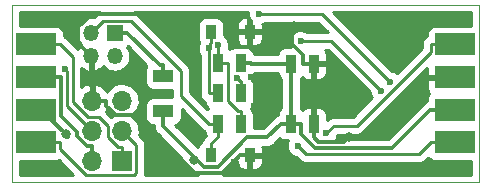
<source format=gbl>
G04 #@! TF.GenerationSoftware,KiCad,Pcbnew,(5.1.0-1348-g4ca769472)*
G04 #@! TF.CreationDate,2019-07-24T13:26:59+02:00*
G04 #@! TF.ProjectId,USB Joystick Adapter 'SINCHAI' (SMD Version),55534220-4a6f-4797-9374-69636b204164,1.0*
G04 #@! TF.SameCoordinates,Original*
G04 #@! TF.FileFunction,Copper,L2,Bot*
G04 #@! TF.FilePolarity,Positive*
%FSLAX46Y46*%
G04 Gerber Fmt 4.6, Leading zero omitted, Abs format (unit mm)*
G04 Created by KiCad (PCBNEW (5.1.0-1348-g4ca769472)) date 2019-07-24 13:26:59*
%MOMM*%
%LPD*%
G04 APERTURE LIST*
%ADD10C,0.090000*%
%ADD11R,3.480000X1.846667*%
%ADD12R,0.970000X1.500000*%
%ADD13R,1.350000X1.350000*%
%ADD14O,1.350000X1.350000*%
%ADD15R,1.800000X1.070000*%
%ADD16R,1.700000X1.700000*%
%ADD17O,1.700000X1.700000*%
%ADD18R,0.900000X1.200000*%
%ADD19C,0.600000*%
%ADD20C,0.800000*%
%ADD21C,0.350000*%
%ADD22C,0.250000*%
%ADD23C,0.254000*%
G04 APERTURE END LIST*
D10*
X152200000Y-109800000D02*
X112700000Y-109800000D01*
X152200000Y-94800000D02*
X152200000Y-109800000D01*
X112700000Y-94800000D02*
X152200000Y-94800000D01*
X112700000Y-94800000D02*
X112700000Y-109800000D01*
D11*
X150200000Y-98145000D03*
X150200000Y-100915000D03*
X150200000Y-103685000D03*
X150200000Y-106455000D03*
X114700000Y-106455000D03*
X114700000Y-103685000D03*
X114700000Y-100915000D03*
X114700000Y-98145000D03*
D12*
X136303000Y-99771200D03*
X138213000Y-99771200D03*
X136303000Y-104877000D03*
X138213000Y-104877000D03*
X130141000Y-102304000D03*
X132051000Y-102304000D03*
X130141000Y-104854000D03*
X132051000Y-104854000D03*
X130141000Y-99753600D03*
X132051000Y-99753600D03*
D13*
X121396000Y-97150800D03*
D14*
X121396000Y-99150800D03*
X119396000Y-97150800D03*
X119396000Y-99150800D03*
D15*
X125500000Y-103805000D03*
X125500000Y-100795000D03*
D16*
X121996000Y-108001000D03*
D17*
X119456000Y-108001000D03*
X121996000Y-105461000D03*
X119456000Y-105461000D03*
X121996000Y-102921000D03*
X119456000Y-102921000D03*
D18*
X129501000Y-97078800D03*
X132801000Y-97078800D03*
X132801000Y-107518000D03*
X129501000Y-107518000D03*
D19*
X129330700Y-98488000D03*
X130141000Y-98207800D03*
X131763500Y-101028800D03*
X136875900Y-106729900D03*
X139308000Y-105649100D03*
X143917600Y-102056000D03*
X137122800Y-97859700D03*
X144699300Y-101310900D03*
X133606800Y-95546500D03*
X117160400Y-100253200D03*
X117300000Y-109000000D03*
X132900000Y-100900000D03*
X133200000Y-103400000D03*
X131500000Y-108100000D03*
X127500000Y-104600000D03*
X142500000Y-97100000D03*
X117600000Y-96100000D03*
X128100000Y-101000000D03*
X137600000Y-103100000D03*
X147100000Y-108600000D03*
X147299700Y-101700000D03*
D20*
X141174500Y-106012500D03*
X117210800Y-105726900D03*
X136544700Y-96593900D03*
X128132100Y-107935900D03*
D21*
X125500000Y-100795000D02*
X125500000Y-99884700D01*
X121396000Y-97150800D02*
X122446300Y-97150800D01*
X125180200Y-99884700D02*
X125500000Y-99884700D01*
X122446300Y-97150800D02*
X125180200Y-99884700D01*
D22*
X120396400Y-96150400D02*
X119396000Y-97150800D01*
X122756400Y-96150400D02*
X120396400Y-96150400D01*
X126971700Y-100365700D02*
X122756400Y-96150400D01*
X126971700Y-102495000D02*
X126971700Y-100365700D01*
X129330700Y-104854000D02*
X126971700Y-102495000D01*
X130141000Y-104854000D02*
X129330700Y-104854000D01*
X129501000Y-106569300D02*
X130141000Y-105929300D01*
X129501000Y-107518000D02*
X129501000Y-106569300D01*
X130141000Y-104854000D02*
X130141000Y-105929300D01*
X129501000Y-97078800D02*
X129501000Y-98004100D01*
X130141000Y-102304000D02*
X129330700Y-102304000D01*
X129330700Y-98174400D02*
X129330700Y-98488000D01*
X129501000Y-98004100D02*
X129330700Y-98174400D01*
X129330700Y-98488000D02*
X129330700Y-102304000D01*
X130951300Y-102913700D02*
X130951300Y-99753600D01*
X131816300Y-103778700D02*
X130951300Y-102913700D01*
X132051000Y-103778700D02*
X131816300Y-103778700D01*
X132051000Y-104854000D02*
X132051000Y-103778700D01*
X130141000Y-99753600D02*
X130951300Y-99753600D01*
X130141000Y-99753600D02*
X130141000Y-98207800D01*
X131963400Y-101228700D02*
X132051000Y-101228700D01*
X131763500Y-101028800D02*
X131963400Y-101228700D01*
X132051000Y-102304000D02*
X132051000Y-101228700D01*
X137595200Y-107449200D02*
X136875900Y-106729900D01*
X147140500Y-107449200D02*
X137595200Y-107449200D01*
X148134700Y-106455000D02*
X147140500Y-107449200D01*
X150200000Y-106455000D02*
X148134700Y-106455000D01*
X139905200Y-105051900D02*
X139308000Y-105649100D01*
X141852100Y-105051900D02*
X139905200Y-105051900D01*
X148134700Y-98769300D02*
X141852100Y-105051900D01*
X148134700Y-98145000D02*
X148134700Y-98769300D01*
X150200000Y-98145000D02*
X148134700Y-98145000D01*
X139721300Y-97859700D02*
X143917600Y-102056000D01*
X137122800Y-97859700D02*
X139721300Y-97859700D01*
X138934900Y-95546500D02*
X133606800Y-95546500D01*
X144699300Y-101310900D02*
X138934900Y-95546500D01*
X117355100Y-100447900D02*
X117160400Y-100253200D01*
X117355100Y-103360100D02*
X117355100Y-100447900D01*
X119456000Y-105461000D02*
X117355100Y-103360100D01*
X116765300Y-107001300D02*
X116765300Y-106455000D01*
X118949300Y-109185300D02*
X116765300Y-107001300D01*
X123003800Y-109185300D02*
X118949300Y-109185300D01*
X123171400Y-109017700D02*
X123003800Y-109185300D01*
X123171400Y-106636400D02*
X123171400Y-109017700D01*
X121996000Y-105461000D02*
X123171400Y-106636400D01*
X114700000Y-106455000D02*
X116765300Y-106455000D01*
X121996000Y-108001000D02*
X121996000Y-106825700D01*
X114700000Y-98145000D02*
X116765300Y-98145000D01*
X117805500Y-99185200D02*
X116765300Y-98145000D01*
X117805500Y-103002500D02*
X117805500Y-99185200D01*
X119088700Y-104285700D02*
X117805500Y-103002500D01*
X120030400Y-104285700D02*
X119088700Y-104285700D01*
X120820700Y-105076000D02*
X120030400Y-104285700D01*
X120820700Y-106017800D02*
X120820700Y-105076000D01*
X121628600Y-106825700D02*
X120820700Y-106017800D01*
X121996000Y-106825700D02*
X121628600Y-106825700D01*
D21*
X128158800Y-109059000D02*
X123246100Y-104146300D01*
X130434700Y-109059000D02*
X128158800Y-109059000D01*
X131500000Y-108100000D02*
X130434700Y-109059000D01*
X123246100Y-104146300D02*
X121447000Y-104146300D01*
X121447000Y-104146300D02*
X120681300Y-103380600D01*
X120681300Y-103380600D02*
X120681300Y-102921000D01*
X120681300Y-102921000D02*
X119456000Y-102921000D01*
X131500000Y-108100000D02*
X131975700Y-107518000D01*
X131975700Y-107518000D02*
X132801000Y-107518000D01*
X147299700Y-101700000D02*
X142987200Y-106012500D01*
X150200000Y-100915000D02*
X148084700Y-100915000D01*
X138213000Y-99771200D02*
X137352700Y-99771200D01*
X132801000Y-97078800D02*
X133626300Y-97078800D01*
X115168900Y-103685000D02*
X114700000Y-103685000D01*
X117210800Y-105726900D02*
X115168900Y-103685000D01*
X132801000Y-97078800D02*
X131975700Y-97078800D01*
X142987200Y-106012500D02*
X141174500Y-106012500D01*
X148084700Y-100915000D02*
X147299700Y-101700000D01*
X138213000Y-99771200D02*
X138213000Y-104877000D01*
X140809800Y-106377200D02*
X141174500Y-106012500D01*
X138587900Y-106377200D02*
X140809800Y-106377200D01*
X138213000Y-106002300D02*
X138587900Y-106377200D01*
X138213000Y-104877000D02*
X138213000Y-106002300D01*
X119396000Y-101635700D02*
X119456000Y-101695700D01*
X119396000Y-99150800D02*
X119396000Y-101635700D01*
X130493200Y-95596300D02*
X131975700Y-97078800D01*
X119430000Y-95596300D02*
X130493200Y-95596300D01*
X118310000Y-96716300D02*
X119430000Y-95596300D01*
X118310000Y-98064800D02*
X118310000Y-96716300D01*
X119396000Y-99150800D02*
X118310000Y-98064800D01*
X119456000Y-102921000D02*
X119456000Y-101695700D01*
X136401700Y-96736900D02*
X136544700Y-96593900D01*
X136401700Y-97078800D02*
X136401700Y-96736900D01*
X133626300Y-97078800D02*
X136401700Y-97078800D01*
X137352700Y-99044600D02*
X137352700Y-99771200D01*
X136401700Y-98093600D02*
X137352700Y-99044600D01*
X136401700Y-97078800D02*
X136401700Y-98093600D01*
X119456000Y-108001000D02*
X119456000Y-106775700D01*
X114700000Y-100915000D02*
X116815300Y-100915000D01*
X116815300Y-104224300D02*
X116815300Y-100915000D01*
X118194300Y-105603300D02*
X116815300Y-104224300D01*
X118194300Y-105945900D02*
X118194300Y-105603300D01*
X119024100Y-106775700D02*
X118194300Y-105945900D01*
X119456000Y-106775700D02*
X119024100Y-106775700D01*
X132051000Y-99753600D02*
X132911300Y-99753600D01*
X132928900Y-99771200D02*
X132911300Y-99753600D01*
X136303000Y-99771200D02*
X132928900Y-99771200D01*
X136303000Y-99771200D02*
X136303000Y-104877000D01*
X136303000Y-104877000D02*
X137163300Y-104877000D01*
X136303000Y-104877000D02*
X135442700Y-104877000D01*
X137163300Y-105737300D02*
X137163300Y-104877000D01*
X138353500Y-106927500D02*
X137163300Y-105737300D01*
X144842200Y-106927500D02*
X138353500Y-106927500D01*
X148084700Y-103685000D02*
X144842200Y-106927500D01*
X150200000Y-103685000D02*
X148084700Y-103685000D01*
X128132100Y-107935900D02*
X128234900Y-107833100D01*
X125500000Y-105098200D02*
X128234900Y-107833100D01*
X125500000Y-103805000D02*
X125500000Y-105098200D01*
X134303800Y-106015900D02*
X135442700Y-104877000D01*
X132597200Y-106015900D02*
X134303800Y-106015900D01*
X130119700Y-108493400D02*
X132597200Y-106015900D01*
X128895200Y-108493400D02*
X130119700Y-108493400D01*
X128234900Y-107833100D02*
X128895200Y-108493400D01*
D23*
G36*
X124066848Y-99915446D02*
G01*
X123995044Y-100039814D01*
X123958163Y-100248976D01*
X123958163Y-101346588D01*
X124038795Y-101647512D01*
X124186185Y-101823165D01*
X124379814Y-101934956D01*
X124588976Y-101971837D01*
X126212700Y-101971837D01*
X126212700Y-102555243D01*
X126212701Y-102555249D01*
X126212701Y-102615213D01*
X126216909Y-102628163D01*
X124583412Y-102628163D01*
X124282489Y-102708795D01*
X124106835Y-102856185D01*
X123995044Y-103049814D01*
X123958163Y-103258976D01*
X123958163Y-104356588D01*
X124038795Y-104657512D01*
X124186185Y-104833165D01*
X124379814Y-104944956D01*
X124588976Y-104981837D01*
X124691001Y-104981837D01*
X124691001Y-105050160D01*
X124682274Y-105123898D01*
X124701844Y-105231058D01*
X124718038Y-105338763D01*
X124723650Y-105350451D01*
X124726895Y-105368217D01*
X124749876Y-105405065D01*
X124823342Y-105558057D01*
X124890811Y-105631046D01*
X124894231Y-105636529D01*
X124916024Y-105658321D01*
X124988471Y-105736693D01*
X125002606Y-105744903D01*
X127098100Y-107840398D01*
X127098100Y-108072028D01*
X127168566Y-108335009D01*
X127304694Y-108570791D01*
X127497209Y-108763306D01*
X127732991Y-108899434D01*
X127995972Y-108969900D01*
X128227601Y-108969900D01*
X128289188Y-109031486D01*
X128335151Y-109089791D01*
X128424773Y-109151733D01*
X128444089Y-109166000D01*
X123921273Y-109166000D01*
X123930399Y-109137914D01*
X123930399Y-109077950D01*
X123930400Y-109077944D01*
X123930400Y-106516186D01*
X123911710Y-106458665D01*
X123902250Y-106398933D01*
X123874792Y-106345042D01*
X123856103Y-106287525D01*
X123820553Y-106238595D01*
X123793098Y-106184710D01*
X123754291Y-106145903D01*
X123754288Y-106145899D01*
X123436068Y-105827679D01*
X123450618Y-105780819D01*
X123483708Y-105531159D01*
X123474260Y-105279492D01*
X123422544Y-105033017D01*
X123330039Y-104798778D01*
X123199390Y-104583474D01*
X123034331Y-104393261D01*
X122839584Y-104233578D01*
X122765939Y-104191657D01*
X122929240Y-104081716D01*
X123111466Y-103907881D01*
X123261797Y-103705828D01*
X123375936Y-103481334D01*
X123450618Y-103240819D01*
X123483708Y-102991159D01*
X123474260Y-102739492D01*
X123422544Y-102493017D01*
X123330039Y-102258778D01*
X123199390Y-102043474D01*
X123034331Y-101853261D01*
X122839584Y-101693578D01*
X122620716Y-101568991D01*
X122381169Y-101482040D01*
X122041352Y-101437000D01*
X121932810Y-101437000D01*
X121745058Y-101452931D01*
X121501292Y-101516200D01*
X121271671Y-101619637D01*
X121062760Y-101760284D01*
X120880534Y-101934119D01*
X120730203Y-102136172D01*
X120723564Y-102149230D01*
X120659390Y-102043474D01*
X120494331Y-101853261D01*
X120299584Y-101693578D01*
X120080716Y-101568991D01*
X119841169Y-101482040D01*
X119584000Y-101447953D01*
X119584000Y-103049000D01*
X119328000Y-103049000D01*
X119328000Y-101421022D01*
X118961292Y-101516200D01*
X118731671Y-101619637D01*
X118564500Y-101732183D01*
X118564500Y-100162248D01*
X118680018Y-100253316D01*
X118892925Y-100365331D01*
X119268000Y-100481794D01*
X119268000Y-99022800D01*
X119524000Y-99022800D01*
X119524000Y-100474851D01*
X119867110Y-100378084D01*
X120082876Y-100271679D01*
X120275639Y-100127738D01*
X120396713Y-99996760D01*
X120491090Y-100104376D01*
X120680018Y-100253316D01*
X120892925Y-100365331D01*
X121123475Y-100436919D01*
X121341178Y-100459800D01*
X121456932Y-100459800D01*
X121635566Y-100443386D01*
X121867110Y-100378084D01*
X122082876Y-100271679D01*
X122275639Y-100127738D01*
X122438942Y-99951077D01*
X122567316Y-99747616D01*
X122656463Y-99524167D01*
X122703398Y-99288213D01*
X122706547Y-99047658D01*
X122665805Y-98810556D01*
X122582538Y-98584851D01*
X122459533Y-98378098D01*
X122433926Y-98348898D01*
X122470017Y-98318614D01*
X124066848Y-99915446D01*
X124066848Y-99915446D01*
G37*
X124066848Y-99915446D02*
X123995044Y-100039814D01*
X123958163Y-100248976D01*
X123958163Y-101346588D01*
X124038795Y-101647512D01*
X124186185Y-101823165D01*
X124379814Y-101934956D01*
X124588976Y-101971837D01*
X126212700Y-101971837D01*
X126212700Y-102555243D01*
X126212701Y-102555249D01*
X126212701Y-102615213D01*
X126216909Y-102628163D01*
X124583412Y-102628163D01*
X124282489Y-102708795D01*
X124106835Y-102856185D01*
X123995044Y-103049814D01*
X123958163Y-103258976D01*
X123958163Y-104356588D01*
X124038795Y-104657512D01*
X124186185Y-104833165D01*
X124379814Y-104944956D01*
X124588976Y-104981837D01*
X124691001Y-104981837D01*
X124691001Y-105050160D01*
X124682274Y-105123898D01*
X124701844Y-105231058D01*
X124718038Y-105338763D01*
X124723650Y-105350451D01*
X124726895Y-105368217D01*
X124749876Y-105405065D01*
X124823342Y-105558057D01*
X124890811Y-105631046D01*
X124894231Y-105636529D01*
X124916024Y-105658321D01*
X124988471Y-105736693D01*
X125002606Y-105744903D01*
X127098100Y-107840398D01*
X127098100Y-108072028D01*
X127168566Y-108335009D01*
X127304694Y-108570791D01*
X127497209Y-108763306D01*
X127732991Y-108899434D01*
X127995972Y-108969900D01*
X128227601Y-108969900D01*
X128289188Y-109031486D01*
X128335151Y-109089791D01*
X128424773Y-109151733D01*
X128444089Y-109166000D01*
X123921273Y-109166000D01*
X123930399Y-109137914D01*
X123930399Y-109077950D01*
X123930400Y-109077944D01*
X123930400Y-106516186D01*
X123911710Y-106458665D01*
X123902250Y-106398933D01*
X123874792Y-106345042D01*
X123856103Y-106287525D01*
X123820553Y-106238595D01*
X123793098Y-106184710D01*
X123754291Y-106145903D01*
X123754288Y-106145899D01*
X123436068Y-105827679D01*
X123450618Y-105780819D01*
X123483708Y-105531159D01*
X123474260Y-105279492D01*
X123422544Y-105033017D01*
X123330039Y-104798778D01*
X123199390Y-104583474D01*
X123034331Y-104393261D01*
X122839584Y-104233578D01*
X122765939Y-104191657D01*
X122929240Y-104081716D01*
X123111466Y-103907881D01*
X123261797Y-103705828D01*
X123375936Y-103481334D01*
X123450618Y-103240819D01*
X123483708Y-102991159D01*
X123474260Y-102739492D01*
X123422544Y-102493017D01*
X123330039Y-102258778D01*
X123199390Y-102043474D01*
X123034331Y-101853261D01*
X122839584Y-101693578D01*
X122620716Y-101568991D01*
X122381169Y-101482040D01*
X122041352Y-101437000D01*
X121932810Y-101437000D01*
X121745058Y-101452931D01*
X121501292Y-101516200D01*
X121271671Y-101619637D01*
X121062760Y-101760284D01*
X120880534Y-101934119D01*
X120730203Y-102136172D01*
X120723564Y-102149230D01*
X120659390Y-102043474D01*
X120494331Y-101853261D01*
X120299584Y-101693578D01*
X120080716Y-101568991D01*
X119841169Y-101482040D01*
X119584000Y-101447953D01*
X119584000Y-103049000D01*
X119328000Y-103049000D01*
X119328000Y-101421022D01*
X118961292Y-101516200D01*
X118731671Y-101619637D01*
X118564500Y-101732183D01*
X118564500Y-100162248D01*
X118680018Y-100253316D01*
X118892925Y-100365331D01*
X119268000Y-100481794D01*
X119268000Y-99022800D01*
X119524000Y-99022800D01*
X119524000Y-100474851D01*
X119867110Y-100378084D01*
X120082876Y-100271679D01*
X120275639Y-100127738D01*
X120396713Y-99996760D01*
X120491090Y-100104376D01*
X120680018Y-100253316D01*
X120892925Y-100365331D01*
X121123475Y-100436919D01*
X121341178Y-100459800D01*
X121456932Y-100459800D01*
X121635566Y-100443386D01*
X121867110Y-100378084D01*
X122082876Y-100271679D01*
X122275639Y-100127738D01*
X122438942Y-99951077D01*
X122567316Y-99747616D01*
X122656463Y-99524167D01*
X122703398Y-99288213D01*
X122706547Y-99047658D01*
X122665805Y-98810556D01*
X122582538Y-98584851D01*
X122459533Y-98378098D01*
X122433926Y-98348898D01*
X122470017Y-98318614D01*
X124066848Y-99915446D01*
G36*
X117856613Y-109166000D02*
G01*
X113334000Y-109166000D01*
X113334000Y-108020170D01*
X116456588Y-108020170D01*
X116657067Y-107966453D01*
X117856613Y-109166000D01*
X117856613Y-109166000D01*
G37*
X117856613Y-109166000D02*
X113334000Y-109166000D01*
X113334000Y-108020170D01*
X116456588Y-108020170D01*
X116657067Y-107966453D01*
X117856613Y-109166000D01*
G36*
X135404186Y-106120165D02*
G01*
X135597814Y-106231956D01*
X135806976Y-106268837D01*
X136058734Y-106268837D01*
X135970561Y-106466875D01*
X135933179Y-106720027D01*
X135965252Y-106973908D01*
X136064416Y-107209810D01*
X136223366Y-107410356D01*
X136430391Y-107560769D01*
X136670240Y-107649968D01*
X136727379Y-107654766D01*
X137143510Y-108070898D01*
X137197396Y-108098354D01*
X137246325Y-108133903D01*
X137303842Y-108152591D01*
X137357732Y-108180050D01*
X137417475Y-108189512D01*
X137474986Y-108208199D01*
X137534950Y-108208199D01*
X137534956Y-108208200D01*
X147200744Y-108208200D01*
X147200750Y-108208199D01*
X147260713Y-108208199D01*
X147318226Y-108189512D01*
X147377968Y-108180050D01*
X147431859Y-108152590D01*
X147489373Y-108133904D01*
X147538301Y-108098356D01*
X147592190Y-108070897D01*
X147762545Y-107900543D01*
X147762547Y-107900539D01*
X147930024Y-107733062D01*
X148046185Y-107871498D01*
X148239814Y-107983289D01*
X148448976Y-108020170D01*
X151566001Y-108020170D01*
X151566001Y-109166000D01*
X130583949Y-109166000D01*
X130652552Y-109102584D01*
X130658033Y-109099165D01*
X130679808Y-109077389D01*
X130758193Y-109004930D01*
X130766405Y-108990792D01*
X131709163Y-108048035D01*
X131709163Y-108134588D01*
X131789795Y-108435512D01*
X131937185Y-108611165D01*
X132130814Y-108722956D01*
X132339976Y-108759837D01*
X132673000Y-108759837D01*
X132673000Y-107646000D01*
X132929000Y-107646000D01*
X132929000Y-108759837D01*
X133267588Y-108759837D01*
X133568512Y-108679205D01*
X133744165Y-108531815D01*
X133855956Y-108338186D01*
X133892837Y-108129024D01*
X133892837Y-107646000D01*
X132929000Y-107646000D01*
X132673000Y-107646000D01*
X132673000Y-107390000D01*
X133892837Y-107390000D01*
X133892837Y-106901412D01*
X133872336Y-106824900D01*
X134255768Y-106824900D01*
X134329498Y-106833626D01*
X134436638Y-106814059D01*
X134544363Y-106797863D01*
X134556053Y-106792249D01*
X134573817Y-106789005D01*
X134610656Y-106766029D01*
X134763657Y-106692560D01*
X134836652Y-106625084D01*
X134842133Y-106621665D01*
X134863908Y-106599889D01*
X134942293Y-106527430D01*
X134950505Y-106513292D01*
X135376558Y-106087239D01*
X135404186Y-106120165D01*
X135404186Y-106120165D01*
G37*
X135404186Y-106120165D02*
X135597814Y-106231956D01*
X135806976Y-106268837D01*
X136058734Y-106268837D01*
X135970561Y-106466875D01*
X135933179Y-106720027D01*
X135965252Y-106973908D01*
X136064416Y-107209810D01*
X136223366Y-107410356D01*
X136430391Y-107560769D01*
X136670240Y-107649968D01*
X136727379Y-107654766D01*
X137143510Y-108070898D01*
X137197396Y-108098354D01*
X137246325Y-108133903D01*
X137303842Y-108152591D01*
X137357732Y-108180050D01*
X137417475Y-108189512D01*
X137474986Y-108208199D01*
X137534950Y-108208199D01*
X137534956Y-108208200D01*
X147200744Y-108208200D01*
X147200750Y-108208199D01*
X147260713Y-108208199D01*
X147318226Y-108189512D01*
X147377968Y-108180050D01*
X147431859Y-108152590D01*
X147489373Y-108133904D01*
X147538301Y-108098356D01*
X147592190Y-108070897D01*
X147762545Y-107900543D01*
X147762547Y-107900539D01*
X147930024Y-107733062D01*
X148046185Y-107871498D01*
X148239814Y-107983289D01*
X148448976Y-108020170D01*
X151566001Y-108020170D01*
X151566001Y-109166000D01*
X130583949Y-109166000D01*
X130652552Y-109102584D01*
X130658033Y-109099165D01*
X130679808Y-109077389D01*
X130758193Y-109004930D01*
X130766405Y-108990792D01*
X131709163Y-108048035D01*
X131709163Y-108134588D01*
X131789795Y-108435512D01*
X131937185Y-108611165D01*
X132130814Y-108722956D01*
X132339976Y-108759837D01*
X132673000Y-108759837D01*
X132673000Y-107646000D01*
X132929000Y-107646000D01*
X132929000Y-108759837D01*
X133267588Y-108759837D01*
X133568512Y-108679205D01*
X133744165Y-108531815D01*
X133855956Y-108338186D01*
X133892837Y-108129024D01*
X133892837Y-107646000D01*
X132929000Y-107646000D01*
X132673000Y-107646000D01*
X132673000Y-107390000D01*
X133892837Y-107390000D01*
X133892837Y-106901412D01*
X133872336Y-106824900D01*
X134255768Y-106824900D01*
X134329498Y-106833626D01*
X134436638Y-106814059D01*
X134544363Y-106797863D01*
X134556053Y-106792249D01*
X134573817Y-106789005D01*
X134610656Y-106766029D01*
X134763657Y-106692560D01*
X134836652Y-106625084D01*
X134842133Y-106621665D01*
X134863908Y-106599889D01*
X134942293Y-106527430D01*
X134950505Y-106513292D01*
X135376558Y-106087239D01*
X135404186Y-106120165D01*
G36*
X128723113Y-105319800D02*
G01*
X128879010Y-105475698D01*
X128932896Y-105503154D01*
X128981824Y-105538703D01*
X129014163Y-105549211D01*
X129014163Y-105620588D01*
X129090696Y-105906216D01*
X128975667Y-106021245D01*
X128975667Y-106021246D01*
X128879303Y-106117610D01*
X128851849Y-106171494D01*
X128816297Y-106220425D01*
X128797608Y-106277945D01*
X128770151Y-106331833D01*
X128767647Y-106347642D01*
X128733489Y-106356795D01*
X128557835Y-106504185D01*
X128446044Y-106697814D01*
X128415715Y-106869817D01*
X126504246Y-104958349D01*
X126717512Y-104901205D01*
X126893165Y-104753815D01*
X127004956Y-104560186D01*
X127041837Y-104351024D01*
X127041837Y-103638523D01*
X128723113Y-105319800D01*
X128723113Y-105319800D01*
G37*
X128723113Y-105319800D02*
X128879010Y-105475698D01*
X128932896Y-105503154D01*
X128981824Y-105538703D01*
X129014163Y-105549211D01*
X129014163Y-105620588D01*
X129090696Y-105906216D01*
X128975667Y-106021245D01*
X128975667Y-106021246D01*
X128879303Y-106117610D01*
X128851849Y-106171494D01*
X128816297Y-106220425D01*
X128797608Y-106277945D01*
X128770151Y-106331833D01*
X128767647Y-106347642D01*
X128733489Y-106356795D01*
X128557835Y-106504185D01*
X128446044Y-106697814D01*
X128415715Y-106869817D01*
X126504246Y-104958349D01*
X126717512Y-104901205D01*
X126893165Y-104753815D01*
X127004956Y-104560186D01*
X127041837Y-104351024D01*
X127041837Y-103638523D01*
X128723113Y-105319800D01*
G36*
X147818163Y-100787000D02*
G01*
X150328000Y-100787000D01*
X150328000Y-101043000D01*
X147818163Y-101043000D01*
X147818163Y-101854921D01*
X147898795Y-102155845D01*
X148021453Y-102302023D01*
X147966835Y-102347852D01*
X147855044Y-102541481D01*
X147818163Y-102750643D01*
X147818163Y-102911261D01*
X147814681Y-102911897D01*
X147777844Y-102934871D01*
X147624843Y-103008341D01*
X147551856Y-103075808D01*
X147546374Y-103079227D01*
X147524579Y-103101023D01*
X147446207Y-103173470D01*
X147437997Y-103187605D01*
X144507103Y-106118500D01*
X140116374Y-106118500D01*
X140165203Y-106041558D01*
X140234843Y-105810900D01*
X141912344Y-105810900D01*
X141912350Y-105810899D01*
X141972313Y-105810899D01*
X142029826Y-105792212D01*
X142089568Y-105782750D01*
X142143459Y-105755290D01*
X142200973Y-105736604D01*
X142249901Y-105701056D01*
X142303790Y-105673597D01*
X142474145Y-105503243D01*
X142474147Y-105503239D01*
X147818163Y-100159224D01*
X147818163Y-100787000D01*
X147818163Y-100787000D01*
G37*
X147818163Y-100787000D02*
X150328000Y-100787000D01*
X150328000Y-101043000D01*
X147818163Y-101043000D01*
X147818163Y-101854921D01*
X147898795Y-102155845D01*
X148021453Y-102302023D01*
X147966835Y-102347852D01*
X147855044Y-102541481D01*
X147818163Y-102750643D01*
X147818163Y-102911261D01*
X147814681Y-102911897D01*
X147777844Y-102934871D01*
X147624843Y-103008341D01*
X147551856Y-103075808D01*
X147546374Y-103079227D01*
X147524579Y-103101023D01*
X147446207Y-103173470D01*
X147437997Y-103187605D01*
X144507103Y-106118500D01*
X140116374Y-106118500D01*
X140165203Y-106041558D01*
X140234843Y-105810900D01*
X141912344Y-105810900D01*
X141912350Y-105810899D01*
X141972313Y-105810899D01*
X142029826Y-105792212D01*
X142089568Y-105782750D01*
X142143459Y-105755290D01*
X142200973Y-105736604D01*
X142249901Y-105701056D01*
X142303790Y-105673597D01*
X142474145Y-105503243D01*
X142474147Y-105503239D01*
X147818163Y-100159224D01*
X147818163Y-100787000D01*
G36*
X117381011Y-105934108D02*
G01*
X117376574Y-105971599D01*
X117381330Y-105997642D01*
X117216990Y-105833302D01*
X117081837Y-105764438D01*
X117081837Y-105634934D01*
X117381011Y-105934108D01*
X117381011Y-105934108D01*
G37*
X117381011Y-105934108D02*
X117376574Y-105971599D01*
X117381330Y-105997642D01*
X117216990Y-105833302D01*
X117081837Y-105764438D01*
X117081837Y-105634934D01*
X117381011Y-105934108D01*
G36*
X135256795Y-100838712D02*
G01*
X135404185Y-101014365D01*
X135494000Y-101066219D01*
X135494001Y-103571239D01*
X135324835Y-103713185D01*
X135213044Y-103906814D01*
X135178480Y-104102835D01*
X135172684Y-104103893D01*
X135135839Y-104126873D01*
X134982843Y-104200341D01*
X134909856Y-104267808D01*
X134904374Y-104271227D01*
X134882579Y-104293023D01*
X134804207Y-104365470D01*
X134795998Y-104379603D01*
X133968702Y-105206900D01*
X133177837Y-105206900D01*
X133177837Y-104087412D01*
X133097205Y-103786489D01*
X132949815Y-103610835D01*
X132895850Y-103579679D01*
X133029165Y-103467815D01*
X133140956Y-103274186D01*
X133177837Y-103065024D01*
X133177837Y-101537412D01*
X133097205Y-101236489D01*
X132949815Y-101060835D01*
X132895568Y-101029516D01*
X133029165Y-100917415D01*
X133140956Y-100723786D01*
X133166274Y-100580200D01*
X135187527Y-100580200D01*
X135256795Y-100838712D01*
X135256795Y-100838712D01*
G37*
X135256795Y-100838712D02*
X135404185Y-101014365D01*
X135494000Y-101066219D01*
X135494001Y-103571239D01*
X135324835Y-103713185D01*
X135213044Y-103906814D01*
X135178480Y-104102835D01*
X135172684Y-104103893D01*
X135135839Y-104126873D01*
X134982843Y-104200341D01*
X134909856Y-104267808D01*
X134904374Y-104271227D01*
X134882579Y-104293023D01*
X134804207Y-104365470D01*
X134795998Y-104379603D01*
X133968702Y-105206900D01*
X133177837Y-105206900D01*
X133177837Y-104087412D01*
X133097205Y-103786489D01*
X132949815Y-103610835D01*
X132895850Y-103579679D01*
X133029165Y-103467815D01*
X133140956Y-103274186D01*
X133177837Y-103065024D01*
X133177837Y-101537412D01*
X133097205Y-101236489D01*
X132949815Y-101060835D01*
X132895568Y-101029516D01*
X133029165Y-100917415D01*
X133140956Y-100723786D01*
X133166274Y-100580200D01*
X135187527Y-100580200D01*
X135256795Y-100838712D01*
G36*
X142995201Y-102206988D02*
G01*
X143006952Y-102300008D01*
X143106116Y-102535910D01*
X143189500Y-102641114D01*
X141537714Y-104292900D01*
X139844956Y-104292900D01*
X139844950Y-104292901D01*
X139784986Y-104292901D01*
X139727475Y-104311588D01*
X139667732Y-104321050D01*
X139613842Y-104348509D01*
X139556325Y-104367197D01*
X139507396Y-104402746D01*
X139453510Y-104430202D01*
X139339837Y-104543875D01*
X139339837Y-104110412D01*
X139259205Y-103809489D01*
X139111815Y-103633835D01*
X138918186Y-103522044D01*
X138709024Y-103485163D01*
X138341000Y-103485163D01*
X138341000Y-105005000D01*
X138085000Y-105005000D01*
X138085000Y-103485163D01*
X137711412Y-103485163D01*
X137410489Y-103565795D01*
X137254530Y-103696659D01*
X137201815Y-103633835D01*
X137112000Y-103581981D01*
X137112000Y-101076961D01*
X137261470Y-100951541D01*
X137314185Y-101014365D01*
X137507814Y-101126156D01*
X137716976Y-101163037D01*
X138085000Y-101163037D01*
X138085000Y-99899200D01*
X138341000Y-99899200D01*
X138341000Y-101163037D01*
X138714588Y-101163037D01*
X139015512Y-101082405D01*
X139191165Y-100935015D01*
X139302956Y-100741386D01*
X139339837Y-100532224D01*
X139339837Y-99899200D01*
X138341000Y-99899200D01*
X138085000Y-99899200D01*
X138085000Y-99643200D01*
X139339837Y-99643200D01*
X139339837Y-99004612D01*
X139259205Y-98703689D01*
X139187891Y-98618700D01*
X139406914Y-98618700D01*
X142995201Y-102206988D01*
X142995201Y-102206988D01*
G37*
X142995201Y-102206988D02*
X143006952Y-102300008D01*
X143106116Y-102535910D01*
X143189500Y-102641114D01*
X141537714Y-104292900D01*
X139844956Y-104292900D01*
X139844950Y-104292901D01*
X139784986Y-104292901D01*
X139727475Y-104311588D01*
X139667732Y-104321050D01*
X139613842Y-104348509D01*
X139556325Y-104367197D01*
X139507396Y-104402746D01*
X139453510Y-104430202D01*
X139339837Y-104543875D01*
X139339837Y-104110412D01*
X139259205Y-103809489D01*
X139111815Y-103633835D01*
X138918186Y-103522044D01*
X138709024Y-103485163D01*
X138341000Y-103485163D01*
X138341000Y-105005000D01*
X138085000Y-105005000D01*
X138085000Y-103485163D01*
X137711412Y-103485163D01*
X137410489Y-103565795D01*
X137254530Y-103696659D01*
X137201815Y-103633835D01*
X137112000Y-103581981D01*
X137112000Y-101076961D01*
X137261470Y-100951541D01*
X137314185Y-101014365D01*
X137507814Y-101126156D01*
X137716976Y-101163037D01*
X138085000Y-101163037D01*
X138085000Y-99899200D01*
X138341000Y-99899200D01*
X138341000Y-101163037D01*
X138714588Y-101163037D01*
X139015512Y-101082405D01*
X139191165Y-100935015D01*
X139302956Y-100741386D01*
X139339837Y-100532224D01*
X139339837Y-99899200D01*
X138341000Y-99899200D01*
X138085000Y-99899200D01*
X138085000Y-99643200D01*
X139339837Y-99643200D01*
X139339837Y-99004612D01*
X139259205Y-98703689D01*
X139187891Y-98618700D01*
X139406914Y-98618700D01*
X142995201Y-102206988D01*
G36*
X120792610Y-103798526D02*
G01*
X120957669Y-103988739D01*
X121152416Y-104148422D01*
X121226061Y-104190343D01*
X121095996Y-104277908D01*
X120652446Y-103834359D01*
X120652445Y-103834357D01*
X120637378Y-103819291D01*
X120721797Y-103705828D01*
X120728436Y-103692770D01*
X120792610Y-103798526D01*
X120792610Y-103798526D01*
G37*
X120792610Y-103798526D02*
X120957669Y-103988739D01*
X121152416Y-104148422D01*
X121226061Y-104190343D01*
X121095996Y-104277908D01*
X120652446Y-103834359D01*
X120652445Y-103834357D01*
X120637378Y-103819291D01*
X120721797Y-103705828D01*
X120728436Y-103692770D01*
X120792610Y-103798526D01*
G36*
X151566000Y-96579830D02*
G01*
X148443412Y-96579830D01*
X148142489Y-96660462D01*
X147966835Y-96807852D01*
X147855044Y-97001481D01*
X147818163Y-97210643D01*
X147818163Y-97454438D01*
X147683010Y-97523302D01*
X147513002Y-97693310D01*
X147403850Y-97907533D01*
X147366239Y-98145000D01*
X147375700Y-98204734D01*
X147375700Y-98454913D01*
X145267483Y-100563130D01*
X145245430Y-100542420D01*
X145018653Y-100423863D01*
X144849749Y-100387961D01*
X139895786Y-95434000D01*
X151566000Y-95434000D01*
X151566000Y-96579830D01*
X151566000Y-96579830D01*
G37*
X151566000Y-96579830D02*
X148443412Y-96579830D01*
X148142489Y-96660462D01*
X147966835Y-96807852D01*
X147855044Y-97001481D01*
X147818163Y-97210643D01*
X147818163Y-97454438D01*
X147683010Y-97523302D01*
X147513002Y-97693310D01*
X147403850Y-97907533D01*
X147366239Y-98145000D01*
X147375700Y-98204734D01*
X147375700Y-98454913D01*
X145267483Y-100563130D01*
X145245430Y-100542420D01*
X145018653Y-100423863D01*
X144849749Y-100387961D01*
X139895786Y-95434000D01*
X151566000Y-95434000D01*
X151566000Y-96579830D01*
G36*
X120105042Y-95447009D02*
G01*
X120047525Y-95465697D01*
X119998596Y-95501246D01*
X119944710Y-95528702D01*
X119614419Y-95858994D01*
X119450822Y-95841800D01*
X119335068Y-95841800D01*
X119156434Y-95858214D01*
X118924890Y-95923516D01*
X118709124Y-96029921D01*
X118516361Y-96173862D01*
X118353058Y-96350523D01*
X118224684Y-96553984D01*
X118135537Y-96777433D01*
X118088602Y-97013387D01*
X118085453Y-97253942D01*
X118126195Y-97491044D01*
X118209462Y-97716749D01*
X118332467Y-97923502D01*
X118491090Y-98104376D01*
X118548649Y-98149752D01*
X118516362Y-98173862D01*
X118353058Y-98350523D01*
X118233577Y-98539890D01*
X117387347Y-97693661D01*
X117387345Y-97693657D01*
X117216990Y-97523303D01*
X117163101Y-97495844D01*
X117114173Y-97460296D01*
X117081837Y-97449790D01*
X117081837Y-97205079D01*
X117001205Y-96904156D01*
X116853815Y-96728502D01*
X116660186Y-96616711D01*
X116451024Y-96579830D01*
X113334000Y-96579830D01*
X113334000Y-95434000D01*
X120130573Y-95434000D01*
X120105042Y-95447009D01*
X120105042Y-95447009D01*
G37*
X120105042Y-95447009D02*
X120047525Y-95465697D01*
X119998596Y-95501246D01*
X119944710Y-95528702D01*
X119614419Y-95858994D01*
X119450822Y-95841800D01*
X119335068Y-95841800D01*
X119156434Y-95858214D01*
X118924890Y-95923516D01*
X118709124Y-96029921D01*
X118516361Y-96173862D01*
X118353058Y-96350523D01*
X118224684Y-96553984D01*
X118135537Y-96777433D01*
X118088602Y-97013387D01*
X118085453Y-97253942D01*
X118126195Y-97491044D01*
X118209462Y-97716749D01*
X118332467Y-97923502D01*
X118491090Y-98104376D01*
X118548649Y-98149752D01*
X118516362Y-98173862D01*
X118353058Y-98350523D01*
X118233577Y-98539890D01*
X117387347Y-97693661D01*
X117387345Y-97693657D01*
X117216990Y-97523303D01*
X117163101Y-97495844D01*
X117114173Y-97460296D01*
X117081837Y-97449790D01*
X117081837Y-97205079D01*
X117001205Y-96904156D01*
X116853815Y-96728502D01*
X116660186Y-96616711D01*
X116451024Y-96579830D01*
X113334000Y-96579830D01*
X113334000Y-95434000D01*
X120130573Y-95434000D01*
X120105042Y-95447009D01*
G36*
X130512205Y-96161289D02*
G01*
X130364815Y-95985635D01*
X130171186Y-95873844D01*
X129962024Y-95836963D01*
X129034412Y-95836963D01*
X128733489Y-95917595D01*
X128557835Y-96064985D01*
X128446044Y-96258614D01*
X128409163Y-96467776D01*
X128409163Y-97695388D01*
X128489795Y-97996312D01*
X128514213Y-98025412D01*
X128425361Y-98224975D01*
X128387979Y-98478127D01*
X128420052Y-98732008D01*
X128519216Y-98967910D01*
X128571700Y-99034129D01*
X128571701Y-102244260D01*
X128562239Y-102304000D01*
X128599850Y-102541467D01*
X128709002Y-102755690D01*
X128879010Y-102925698D01*
X129014163Y-102994562D01*
X129014163Y-103070588D01*
X129094795Y-103371512D01*
X129242185Y-103547165D01*
X129296150Y-103578321D01*
X129204941Y-103654854D01*
X127730700Y-102180614D01*
X127730700Y-100305456D01*
X127730699Y-100305450D01*
X127730699Y-100245486D01*
X127712012Y-100187975D01*
X127702550Y-100128232D01*
X127675091Y-100074342D01*
X127656403Y-100016825D01*
X127620854Y-99967896D01*
X127593398Y-99914010D01*
X127437501Y-99758114D01*
X123378447Y-95699061D01*
X123378445Y-95699057D01*
X123208090Y-95528703D01*
X123154201Y-95501244D01*
X123105273Y-95465696D01*
X123047759Y-95447010D01*
X123022227Y-95434000D01*
X132679234Y-95434000D01*
X132664079Y-95536627D01*
X132696152Y-95790508D01*
X132795316Y-96026410D01*
X132929000Y-96195077D01*
X132929000Y-96950800D01*
X133892837Y-96950800D01*
X133892837Y-96462212D01*
X133887896Y-96443771D01*
X133907506Y-96440030D01*
X134136717Y-96326249D01*
X134159761Y-96305500D01*
X138620514Y-96305500D01*
X139415714Y-97100700D01*
X137679025Y-97100700D01*
X137668930Y-97091220D01*
X137442153Y-96972663D01*
X137191847Y-96919459D01*
X136936453Y-96935527D01*
X136694790Y-97019684D01*
X136484660Y-97165728D01*
X136321545Y-97362900D01*
X136217461Y-97596675D01*
X136180079Y-97849827D01*
X136212152Y-98103708D01*
X136311316Y-98339610D01*
X136342824Y-98379363D01*
X135801412Y-98379363D01*
X135500489Y-98459995D01*
X135324835Y-98607385D01*
X135213044Y-98801014D01*
X135184622Y-98962200D01*
X133171189Y-98962200D01*
X133097205Y-98686089D01*
X132949815Y-98510435D01*
X132756186Y-98398644D01*
X132547024Y-98361763D01*
X131549412Y-98361763D01*
X131248489Y-98442395D01*
X131092530Y-98573259D01*
X131039815Y-98510435D01*
X131027473Y-98503310D01*
X131072360Y-98354638D01*
X131075231Y-98080499D01*
X131006234Y-97833380D01*
X130873672Y-97614494D01*
X130687130Y-97439320D01*
X130592837Y-97390025D01*
X130592837Y-97206800D01*
X131709163Y-97206800D01*
X131709163Y-97695388D01*
X131789795Y-97996312D01*
X131937185Y-98171965D01*
X132130814Y-98283756D01*
X132339976Y-98320637D01*
X132673000Y-98320637D01*
X132673000Y-97206800D01*
X132929000Y-97206800D01*
X132929000Y-98320637D01*
X133267588Y-98320637D01*
X133568512Y-98240005D01*
X133744165Y-98092615D01*
X133855956Y-97898986D01*
X133892837Y-97689824D01*
X133892837Y-97206800D01*
X132929000Y-97206800D01*
X132673000Y-97206800D01*
X131709163Y-97206800D01*
X130592837Y-97206800D01*
X130592837Y-96467776D01*
X131709163Y-96467776D01*
X131709163Y-96950800D01*
X132673000Y-96950800D01*
X132673000Y-95836963D01*
X132334412Y-95836963D01*
X132033489Y-95917595D01*
X131857835Y-96064985D01*
X131746044Y-96258614D01*
X131709163Y-96467776D01*
X130592837Y-96467776D01*
X130592837Y-96462212D01*
X130512205Y-96161289D01*
X130512205Y-96161289D01*
G37*
X130512205Y-96161289D02*
X130364815Y-95985635D01*
X130171186Y-95873844D01*
X129962024Y-95836963D01*
X129034412Y-95836963D01*
X128733489Y-95917595D01*
X128557835Y-96064985D01*
X128446044Y-96258614D01*
X128409163Y-96467776D01*
X128409163Y-97695388D01*
X128489795Y-97996312D01*
X128514213Y-98025412D01*
X128425361Y-98224975D01*
X128387979Y-98478127D01*
X128420052Y-98732008D01*
X128519216Y-98967910D01*
X128571700Y-99034129D01*
X128571701Y-102244260D01*
X128562239Y-102304000D01*
X128599850Y-102541467D01*
X128709002Y-102755690D01*
X128879010Y-102925698D01*
X129014163Y-102994562D01*
X129014163Y-103070588D01*
X129094795Y-103371512D01*
X129242185Y-103547165D01*
X129296150Y-103578321D01*
X129204941Y-103654854D01*
X127730700Y-102180614D01*
X127730700Y-100305456D01*
X127730699Y-100305450D01*
X127730699Y-100245486D01*
X127712012Y-100187975D01*
X127702550Y-100128232D01*
X127675091Y-100074342D01*
X127656403Y-100016825D01*
X127620854Y-99967896D01*
X127593398Y-99914010D01*
X127437501Y-99758114D01*
X123378447Y-95699061D01*
X123378445Y-95699057D01*
X123208090Y-95528703D01*
X123154201Y-95501244D01*
X123105273Y-95465696D01*
X123047759Y-95447010D01*
X123022227Y-95434000D01*
X132679234Y-95434000D01*
X132664079Y-95536627D01*
X132696152Y-95790508D01*
X132795316Y-96026410D01*
X132929000Y-96195077D01*
X132929000Y-96950800D01*
X133892837Y-96950800D01*
X133892837Y-96462212D01*
X133887896Y-96443771D01*
X133907506Y-96440030D01*
X134136717Y-96326249D01*
X134159761Y-96305500D01*
X138620514Y-96305500D01*
X139415714Y-97100700D01*
X137679025Y-97100700D01*
X137668930Y-97091220D01*
X137442153Y-96972663D01*
X137191847Y-96919459D01*
X136936453Y-96935527D01*
X136694790Y-97019684D01*
X136484660Y-97165728D01*
X136321545Y-97362900D01*
X136217461Y-97596675D01*
X136180079Y-97849827D01*
X136212152Y-98103708D01*
X136311316Y-98339610D01*
X136342824Y-98379363D01*
X135801412Y-98379363D01*
X135500489Y-98459995D01*
X135324835Y-98607385D01*
X135213044Y-98801014D01*
X135184622Y-98962200D01*
X133171189Y-98962200D01*
X133097205Y-98686089D01*
X132949815Y-98510435D01*
X132756186Y-98398644D01*
X132547024Y-98361763D01*
X131549412Y-98361763D01*
X131248489Y-98442395D01*
X131092530Y-98573259D01*
X131039815Y-98510435D01*
X131027473Y-98503310D01*
X131072360Y-98354638D01*
X131075231Y-98080499D01*
X131006234Y-97833380D01*
X130873672Y-97614494D01*
X130687130Y-97439320D01*
X130592837Y-97390025D01*
X130592837Y-97206800D01*
X131709163Y-97206800D01*
X131709163Y-97695388D01*
X131789795Y-97996312D01*
X131937185Y-98171965D01*
X132130814Y-98283756D01*
X132339976Y-98320637D01*
X132673000Y-98320637D01*
X132673000Y-97206800D01*
X132929000Y-97206800D01*
X132929000Y-98320637D01*
X133267588Y-98320637D01*
X133568512Y-98240005D01*
X133744165Y-98092615D01*
X133855956Y-97898986D01*
X133892837Y-97689824D01*
X133892837Y-97206800D01*
X132929000Y-97206800D01*
X132673000Y-97206800D01*
X131709163Y-97206800D01*
X130592837Y-97206800D01*
X130592837Y-96467776D01*
X131709163Y-96467776D01*
X131709163Y-96950800D01*
X132673000Y-96950800D01*
X132673000Y-95836963D01*
X132334412Y-95836963D01*
X132033489Y-95917595D01*
X131857835Y-96064985D01*
X131746044Y-96258614D01*
X131709163Y-96467776D01*
X130592837Y-96467776D01*
X130592837Y-96462212D01*
X130512205Y-96161289D01*
M02*

</source>
